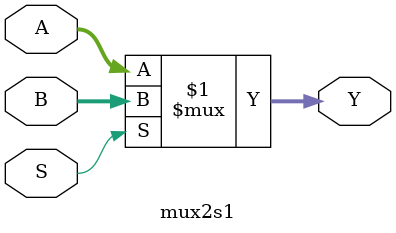
<source format=v>

module mux2s1 #(
parameter DW = 16,
parameter SW = 1
)(
input					S,
input	[DW-1:0]A,
input [DW-1:0]B,
output[DW-1:0]Y
);
assign Y = S ? B : A;
endmodule
</source>
